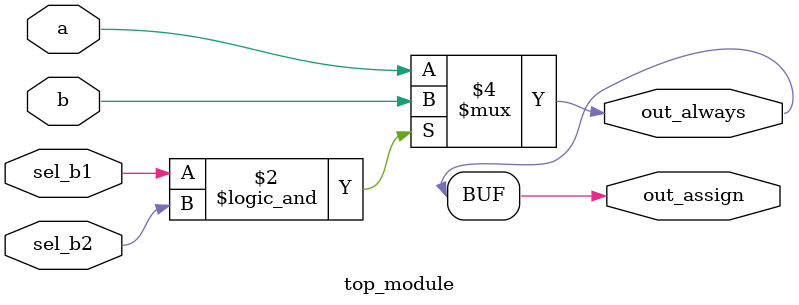
<source format=v>
module top_module(
    input a,
    input b,
    input sel_b1,
    input sel_b2,
    output wire out_assign,
    output reg out_always   ); 
    
always @(*) begin
    if (sel_b1 && sel_b2) begin
        out_always = b;
    end
    else begin
        out_always = a;
    end        
end

assign out_assign = out_always;    
    
endmodule
</source>
